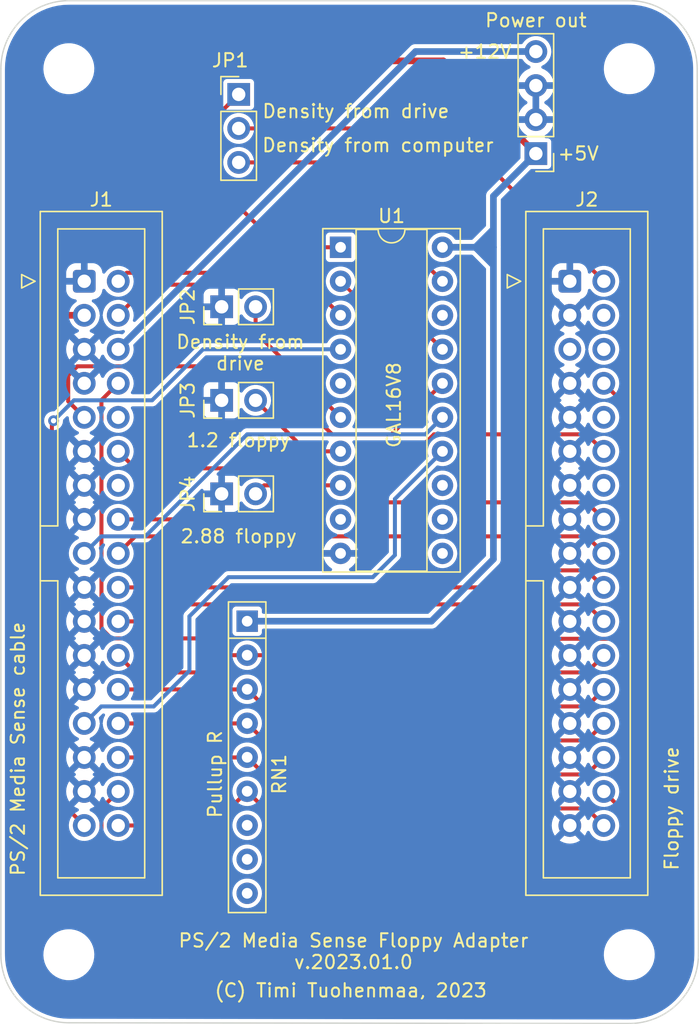
<source format=kicad_pcb>
(kicad_pcb (version 20211014) (generator pcbnew)
  (layers (0 "F.Cu" signal) (31 "B.Cu" power) (34 "B.Paste" user) (35 "F.Paste" user) (36 "B.SilkS" user "B.Silkscreen") (37 "F.SilkS" user "F.Silkscreen") (38 "B.Mask" user) (39 "F.Mask" user) (44 "Edge.Cuts" user))
  (net 0 "")
  (net 1 "GND")
  (net 2 "/DRATE1")
  (net 3 "+5V")
  (net 4 "/DSEL")
  (net 5 "+12V")
  (net 6 "/INDEX")
  (net 9 "/MOT_EN")
  (net 10 "/MT_ID1")
  (net 11 "/DIR")
  (net 12 "/STEP")
  (net 13 "/WDATA")
  (net 14 "/WENABLE")
  (net 15 "/TRACK0")
  (net 16 "/DTYPE1")
  (net 17 "/WPROT")
  (net 18 "/RDATA")
  (net 19 "/H1SEL")
  (net 20 "/DRATE0")
  (net 21 "/DSKCHG")
  (net 22 "/DTYPE0")
  (net 28 "/MT_ID0")
  (net 29 "/HSEL")
  (net 36 "Net-(JP1-Pad1)")
  (net 37 "Net-(JP1-Pad3)")
  (net 38 "Net-(JP2-Pad2)")
  (net 39 "Net-(JP3-Pad2)")
  (net 40 "Net-(JP4-Pad2)")
  (footprint "Connector_PinHeader_2.54mm:PinHeader_1x02_P2.54mm_Vertical" (layer "F.Cu") (at 106.04 56.515 90)
    (fp_text reference "JP2" (at 0 -2.535 270) (layer "F.SilkS"))
    (fp_text value "hdsel in")
    (fp_line (start -1.33 3.87) (end 1.33 3.87) (layer "F.SilkS") (width 0.12))
    (fp_line (start -1.33 1.27) (end -1.33 3.87) (layer "F.SilkS") (width 0.12))
    (fp_line (start -1.33 -1.33) (end 0 -1.33) (layer "F.SilkS") (width 0.12))
    (fp_line (start -1.33 1.27) (end 1.33 1.27) (layer "F.SilkS") (width 0.12))
    (fp_line (start 1.33 1.27) (end 1.33 3.87) (layer "F.SilkS") (width 0.12))
    (fp_line (start -1.33 0) (end -1.33 -1.33) (layer "F.SilkS") (width 0.12))
    (pad "1" thru_hole rect (at 0 0 90) (size 1.7 1.7) (drill 1) (layers *.Cu *.Mask) (net 1 "GND"))
    (pad "2" thru_hole oval (at 0 2.54 90) (size 1.7 1.7) (drill 1) (layers *.Cu *.Mask) (net 38 "Net-(JP2-Pad2)"))
  )
  (footprint "Connector_IDC:IDC-Header_2x17_P2.54mm_Vertical" (layer "F.Cu") (at 95.7675 54.61)
    (fp_text reference "J1" (at 1.27 -6.1) (layer "F.SilkS"))
    (fp_text value "PS/2 Media Sense cable" (at -4.9625 34.925 90) (layer "F.SilkS"))
    (fp_line (start -3.29 -5.21) (end 5.83 -5.21) (layer "F.SilkS") (width 0.12))
    (fp_line (start 4.52 44.55) (end -1.98 44.55) (layer "F.SilkS") (width 0.12))
    (fp_line (start -1.98 -3.91) (end 4.52 -3.91) (layer "F.SilkS") (width 0.12))
    (fp_line (start 5.83 -5.21) (end 5.83 45.85) (layer "F.SilkS") (width 0.12))
    (fp_line (start 4.52 -3.91) (end 4.52 44.55) (layer "F.SilkS") (width 0.12))
    (fp_line (start -1.98 22.37) (end -3.29 22.37) (layer "F.SilkS") (width 0.12))
    (fp_line (start -3.29 18.27) (end -1.98 18.27) (layer "F.SilkS") (width 0.12))
    (fp_line (start -1.98 22.37) (end -1.98 22.37) (layer "F.SilkS") (width 0.12))
    (fp_line (start -4.68 0.5) (end -3.68 0) (layer "F.SilkS") (width 0.12))
    (fp_line (start -4.68 -0.5) (end -4.68 0.5) (layer "F.SilkS") (width 0.12))
    (fp_line (start -1.98 18.27) (end -1.98 -3.91) (layer "F.SilkS") (width 0.12))
    (fp_line (start -3.29 45.85) (end -3.29 -5.21) (layer "F.SilkS") (width 0.12))
    (fp_line (start 5.83 45.85) (end -3.29 45.85) (layer "F.SilkS") (width 0.12))
    (fp_line (start -1.98 44.55) (end -1.98 22.37) (layer "F.SilkS") (width 0.12))
    (fp_line (start -3.68 0) (end -4.68 -0.5) (layer "F.SilkS") (width 0.12))
    (pad "1" thru_hole roundrect (at 0 0) (size 1.7 1.7) (drill 1) (layers *.Cu *.Mask) (roundrect_rratio 0.1470588235) (net 1 "GND"))
    (pad "2" thru_hole circle (at 2.54 0) (size 1.7 1.7) (drill 1) (layers *.Cu *.Mask) (net 2 "/DRATE1"))
    (pad "3" thru_hole circle (at 0 2.54) (size 1.7 1.7) (drill 1) (layers *.Cu *.Mask) (net 3 "+5V"))
    (pad "4" thru_hole circle (at 2.54 2.54) (size 1.7 1.7) (drill 1) (layers *.Cu *.Mask) (net 16 "/DTYPE1"))
    (pad "5" thru_hole circle (at 0 5.08) (size 1.7 1.7) (drill 1) (layers *.Cu *.Mask) (net 1 "GND"))
    (pad "6" thru_hole circle (at 2.54 5.08) (size 1.7 1.7) (drill 1) (layers *.Cu *.Mask) (net 5 "+12V"))
    (pad "7" thru_hole circle (at 0 7.62) (size 1.7 1.7) (drill 1) (layers *.Cu *.Mask) (net 1 "GND"))
    (pad "8" thru_hole circle (at 2.54 7.62) (size 1.7 1.7) (drill 1) (layers *.Cu *.Mask) (net 6 "/INDEX"))
    (pad "9" thru_hole circle (at 0 10.16) (size 1.7 1.7) (drill 1) (layers *.Cu *.Mask) (net 22 "/DTYPE0"))
    (pad "10" thru_hole circle (at 2.54 10.16) (size 1.7 1.7) (drill 1) (layers *.Cu *.Mask))
    (pad "11" thru_hole circle (at 0 12.7) (size 1.7 1.7) (drill 1) (layers *.Cu *.Mask) (net 1 "GND"))
    (pad "12" thru_hole circle (at 2.54 12.7) (size 1.7 1.7) (drill 1) (layers *.Cu *.Mask) (net 4 "/DSEL"))
    (pad "13" thru_hole circle (at 0 15.24) (size 1.7 1.7) (drill 1) (layers *.Cu *.Mask) (net 1 "GND"))
    (pad "14" thru_hole circle (at 2.54 15.24) (size 1.7 1.7) (drill 1) (layers *.Cu *.Mask))
    (pad "15" thru_hole circle (at 0 17.78) (size 1.7 1.7) (drill 1) (layers *.Cu *.Mask) (net 1 "GND"))
    (pad "16" thru_hole circle (at 2.54 17.78) (size 1.7 1.7) (drill 1) (layers *.Cu *.Mask) (net 9 "/MOT_EN"))
    (pad "17" thru_hole circle (at 0 20.32) (size 1.7 1.7) (drill 1) (layers *.Cu *.Mask) (net 10 "/MT_ID1"))
    (pad "18" thru_hole circle (at 2.54 20.32) (size 1.7 1.7) (drill 1) (layers *.Cu *.Mask) (net 11 "/DIR"))
    (pad "19" thru_hole circle (at 0 22.86) (size 1.7 1.7) (drill 1) (layers *.Cu *.Mask) (net 1 "GND"))
    (pad "20" thru_hole circle (at 2.54 22.86) (size 1.7 1.7) (drill 1) (layers *.Cu *.Mask) (net 12 "/STEP"))
    (pad "21" thru_hole circle (at 0 25.4) (size 1.7 1.7) (drill 1) (layers *.Cu *.Mask) (net 1 "GND"))
    (pad "22" thru_hole circle (at 2.54 25.4) (size 1.7 1.7) (drill 1) (layers *.Cu *.Mask) (net 13 "/WDATA"))
    (pad "23" thru_hole circle (at 0 27.94) (size 1.7 1.7) (drill 1) (layers *.Cu *.Mask) (net 1 "GND"))
    (pad "24" thru_hole circle (at 2.54 27.94) (size 1.7 1.7) (drill 1) (layers *.Cu *.Mask) (net 14 "/WENABLE"))
    (pad "25" thru_hole circle (at 0 30.48) (size 1.7 1.7) (drill 1) (layers *.Cu *.Mask) (net 1 "GND"))
    (pad "26" thru_hole circle (at 2.54 30.48) (size 1.7 1.7) (drill 1) (layers *.Cu *.Mask) (net 15 "/TRACK0"))
    (pad "27" thru_hole circle (at 0 33.02) (size 1.7 1.7) (drill 1) (layers *.Cu *.Mask) (net 28 "/MT_ID0"))
    (pad "28" thru_hole circle (at 2.54 33.02) (size 1.7 1.7) (drill 1) (layers *.Cu *.Mask) (net 17 "/WPROT"))
    (pad "29" thru_hole circle (at 0 35.56) (size 1.7 1.7) (drill 1) (layers *.Cu *.Mask) (net 1 "GND"))
    (pad "30" thru_hole circle (at 2.54 35.56) (size 1.7 1.7) (drill 1) (layers *.Cu *.Mask) (net 18 "/RDATA"))
    (pad "31" thru_hole circle (at 0 38.1) (size 1.7 1.7) (drill 1) (layers *.Cu *.Mask) (net 1 "GND"))
    (pad "32" thru_hole circle (at 2.54 38.1) (size 1.7 1.7) (drill 1) (layers *.Cu *.Mask) (net 19 "/H1SEL"))
    (pad "33" thru_hole circle (at 0 40.64) (size 1.7 1.7) (drill 1) (layers *.Cu *.Mask) (net 20 "/DRATE0"))
    (pad "34" thru_hole circle (at 2.54 40.64) (size 1.7 1.7) (drill 1) (layers *.Cu *.Mask) (net 21 "/DSKCHG"))
  )
  (footprint "MountingHole:MountingHole_3.2mm_M3" (layer "F.Cu") (at 94.615 38.735)
    (fp_text reference "H1")
    (fp_text value "MountingHole")
    (pad "" np_thru_hole circle (at 0 0) (size 3.2 3.2) (drill 3.2) (layers *.Cu *.Mask))
  )
  (footprint "MountingHole:MountingHole_3.2mm_M3" (layer "F.Cu") (at 136.525 38.735)
    (fp_text reference "H2")
    (fp_text value "MountingHole")
    (pad "" np_thru_hole circle (at 0 0) (size 3.2 3.2) (drill 3.2) (layers *.Cu *.Mask))
  )
  (footprint "Connector_PinHeader_2.54mm:PinHeader_1x02_P2.54mm_Vertical" (layer "F.Cu") (at 106.04 70.485 90)
    (fp_text reference "JP4" (at 0 -2.535 270) (layer "F.SilkS"))
    (fp_text value "2.88 floppy" (at -3.175 1.275) (layer "F.SilkS"))
    (fp_line (start -1.33 -1.33) (end 0 -1.33) (layer "F.SilkS") (width 0.12))
    (fp_line (start 1.33 1.27) (end 1.33 3.87) (layer "F.SilkS") (width 0.12))
    (fp_line (start -1.33 3.87) (end 1.33 3.87) (layer "F.SilkS") (width 0.12))
    (fp_line (start -1.33 1.27) (end -1.33 3.87) (layer "F.SilkS") (width 0.12))
    (fp_line (start -1.33 1.27) (end 1.33 1.27) (layer "F.SilkS") (width 0.12))
    (fp_line (start -1.33 0) (end -1.33 -1.33) (layer "F.SilkS") (width 0.12))
    (pad "1" thru_hole rect (at 0 0 90) (size 1.7 1.7) (drill 1) (layers *.Cu *.Mask) (net 1 "GND"))
    (pad "2" thru_hole oval (at 0 2.54 90) (size 1.7 1.7) (drill 1) (layers *.Cu *.Mask) (net 40 "Net-(JP4-Pad2)"))
  )
  (footprint "Package_DIP:DIP-20_W7.62mm_Socket" (layer "F.Cu") (at 114.935 52.07)
    (fp_text reference "U1" (at 3.81 -2.33) (layer "F.SilkS"))
    (fp_text value "GAL16V8" (at 3.9878 11.7856 90) (layer "F.SilkS"))
    (fp_line (start -1.33 24.25) (end 8.95 24.25) (layer "F.SilkS") (width 0.12))
    (fp_line (start 1.16 24.19) (end 6.46 24.19) (layer "F.SilkS") (width 0.12))
    (fp_line (start 8.95 24.25) (end 8.95 -1.39) (layer "F.SilkS") (width 0.12))
    (fp_line (start 8.95 -1.39) (end -1.33 -1.39) (layer "F.SilkS") (width 0.12))
    (fp_line (start 6.46 -1.33) (end 4.81 -1.33) (layer "F.SilkS") (width 0.12))
    (fp_line (start -1.33 -1.39) (end -1.33 24.25) (layer "F.SilkS") (width 0.12))
    (fp_line (start 1.16 -1.33) (end 1.16 24.19) (layer "F.SilkS") (width 0.12))
    (fp_line (start 2.81 -1.33) (end 1.16 -1.33) (layer "F.SilkS") (width 0.12))
    (fp_line (start 6.46 24.19) (end 6.46 -1.33) (layer "F.SilkS") (width 0.12))
    (fp_arc (start 4.81 -1.33) (mid 3.81 -0.33) (end 2.81 -1.33) (layer "F.SilkS") (width 0.12))
    (pad "1" thru_hole rect (at 0 0) (size 1.6 1.6) (drill 0.8) (layers *.Cu *.Mask) (net 36 "Net-(JP1-Pad1)"))
    (pad "2" thru_hole oval (at 0 2.54) (size 1.6 1.6) (drill 0.8) (layers *.Cu *.Mask) (net 4 "/DSEL"))
    (pad "3" thru_hole oval (at 0 5.08) (size 1.6 1.6) (drill 0.8) (layers *.Cu *.Mask) (net 2 "/DRATE1"))
    (pad "4" thru_hole oval (at 0 7.62) (size 1.6 1.6) (drill 0.8) (layers *.Cu *.Mask) (net 20 "/DRATE0"))
    (pad "5" thru_hole oval (at 0 10.16) (size 1.6 1.6) (drill 0.8) (layers *.Cu *.Mask))
    (pad "6" thru_hole oval (at 0 12.7) (size 1.6 1.6) (drill 0.8) (layers *.Cu *.Mask) (net 38 "Net-(JP2-Pad2)"))
    (pad "7" thru_hole oval (at 0 15.24) (size 1.6 1.6) (drill 0.8) (layers *.Cu *.Mask) (net 39 "Net-(JP3-Pad2)"))
    (pad "8" thru_hole oval (at 0 17.78) (size 1.6 1.6) (drill 0.8) (layers *.Cu *.Mask) (net 40 "Net-(JP4-Pad2)"))
    (pad "9" thru_hole oval (at 0 20.32) (size 1.6 1.6) (drill 0.8) (layers *.Cu *.Mask))
    (pad "10" thru_hole oval (at 0 22.86) (size 1.6 1.6) (drill 0.8) (layers *.Cu *.Mask) (net 1 "GND"))
    (pad "11" thru_hole oval (at 7.62 22.86) (size 1.6 1.6) (drill 0.8) (layers *.Cu *.Mask))
    (pad "12" thru_hole oval (at 7.62 20.32) (size 1.6 1.6) (drill 0.8) (layers *.Cu *.Mask))
    (pad "13" thru_hole oval (at 7.62 17.78) (size 1.6 1.6) (drill 0.8) (layers *.Cu *.Mask))
    (pad "14" thru_hole oval (at 7.62 15.24) (size 1.6 1.6) (drill 0.8) (layers *.Cu *.Mask) (net 28 "/MT_ID0"))
    (pad "15" thru_hole oval (at 7.62 12.7) (size 1.6 1.6) (drill 0.8) (layers *.Cu *.Mask) (net 10 "/MT_ID1"))
    (pad "16" thru_hole oval (at 7.62 10.16) (size 1.6 1.6) (drill 0.8) (layers *.Cu *.Mask) (net 22 "/DTYPE0"))
    (pad "17" thru_hole oval (at 7.62 7.62) (size 1.6 1.6) (drill 0.8) (layers *.Cu *.Mask) (net 16 "/DTYPE1"))
    (pad "18" thru_hole oval (at 7.62 5.08) (size 1.6 1.6) (drill 0.8) (layers *.Cu *.Mask))
    (pad "19" thru_hole oval (at 7.62 2.54) (size 1.6 1.6) (drill 0.8) (layers *.Cu *.Mask) (net 37 "Net-(JP1-Pad3)"))
    (pad "20" thru_hole oval (at 7.62 0) (size 1.6 1.6) (drill 0.8) (layers *.Cu *.Mask) (net 3 "+5V"))
  )
  (footprint "Connector_PinHeader_2.54mm:PinHeader_1x04_P2.54mm_Vertical" (layer "F.Cu") (at 129.54 45.075 180)
    (fp_text reference "J3")
    (fp_text value "Power out" (at 0 9.95) (layer "F.SilkS"))
    (fp_line (start -1.33 -1.33) (end 0 -1.33) (layer "F.SilkS") (width 0.12))
    (fp_line (start -1.33 0) (end -1.33 -1.33) (layer "F.SilkS") (width 0.12))
    (fp_line (start -1.33 8.95) (end 1.33 8.95) (layer "F.SilkS") (width 0.12))
    (fp_line (start -1.33 1.27) (end 1.33 1.27) (layer "F.SilkS") (width 0.12))
    (fp_line (start -1.33 1.27) (end -1.33 8.95) (layer "F.SilkS") (width 0.12))
    (fp_line (start 1.33 1.27) (end 1.33 8.95) (layer "F.SilkS") (width 0.12))
    (pad "1" thru_hole rect (at 0 0 180) (size 1.7 1.7) (drill 1) (layers *.Cu *.Mask) (net 3 "+5V"))
    (pad "2" thru_hole oval (at 0 2.54 180) (size 1.7 1.7) (drill 1) (layers *.Cu *.Mask) (net 1 "GND"))
    (pad "3" thru_hole oval (at 0 5.08 180) (size 1.7 1.7) (drill 1) (layers *.Cu *.Mask) (net 1 "GND"))
    (pad "4" thru_hole oval (at 0 7.62 180) (size 1.7 1.7) (drill 1) (layers *.Cu *.Mask) (net 5 "+12V"))
  )
  (footprint "Connector_IDC:IDC-Header_2x17_P2.54mm_Vertical" (layer "F.Cu") (at 132.08 54.61)
    (fp_text reference "J2" (at 1.27 -6.1) (layer "F.SilkS"))
    (fp_text value "Floppy drive" (at 7.62 39.37 90) (layer "F.SilkS"))
    (fp_line (start -1.98 44.55) (end -1.98 22.37) (layer "F.SilkS") (width 0.12))
    (fp_line (start 4.52 44.55) (end -1.98 44.55) (layer "F.SilkS") (width 0.12))
    (fp_line (start -3.29 18.27) (end -1.98 18.27) (layer "F.SilkS") (width 0.12))
    (fp_line (start 4.52 -3.91) (end 4.52 44.55) (layer "F.SilkS") (width 0.12))
    (fp_line (start -4.68 -0.5) (end -4.68 0.5) (layer "F.SilkS") (width 0.12))
    (fp_line (start -3.29 -5.21) (end 5.83 -5.21) (layer "F.SilkS") (width 0.12))
    (fp_line (start -1.98 22.37) (end -3.29 22.37) (layer "F.SilkS") (width 0.12))
    (fp_line (start -1.98 22.37) (end -1.98 22.37) (layer "F.SilkS") (width 0.12))
    (fp_line (start -3.29 45.85) (end -3.29 -5.21) (layer "F.SilkS") (width 0.12))
    (fp_line (start -1.98 -3.91) (end 4.52 -3.91) (layer "F.SilkS") (width 0.12))
    (fp_line (start 5.83 -5.21) (end 5.83 45.85) (layer "F.SilkS") (width 0.12))
    (fp_line (start -4.68 0.5) (end -3.68 0) (layer "F.SilkS") (width 0.12))
    (fp_line (start 5.83 45.85) (end -3.29 45.85) (layer "F.SilkS") (width 0.12))
    (fp_line (start -3.68 0) (end -4.68 -0.5) (layer "F.SilkS") (width 0.12))
    (fp_line (start -1.98 18.27) (end -1.98 -3.91) (layer "F.SilkS") (width 0.12))
    (pad "1" thru_hole roundrect (at 0 0) (size 1.7 1.7) (drill 1) (layers *.Cu *.Mask) (roundrect_rratio 0.1470588235) (net 1 "GND"))
    (pad "2" thru_hole circle (at 2.54 0) (size 1.7 1.7) (drill 1) (layers *.Cu *.Mask) (net 29 "/HSEL"))
    (pad "3" thru_hole circle (at 0 2.54) (size 1.7 1.7) (drill 1) (layers *.Cu *.Mask) (net 1 "GND"))
    (pad "4" thru_hole circle (at 2.54 2.54) (size 1.7 1.7) (drill 1) (layers *.Cu *.Mask))
    (pad "5" thru_hole circle (at 0 5.08) (size 1.7 1.7) (drill 1) (layers *.Cu *.Mask))
    (pad "6" thru_hole circle (at 2.54 5.08) (size 1.7 1.7) (drill 1) (layers *.Cu *.Mask))
    (pad "7" thru_hole circle (at 0 7.62) (size 1.7 1.7) (drill 1) (layers *.Cu *.Mask) (net 1 "GND"))
    (pad "8" thru_hole circle (at 2.54 7.62) (size 1.7 1.7) (drill 1) (layers *.Cu *.Mask) (net 6 "/INDEX"))
    (pad "9" thru_hole circle (at 0 10.16) (size 1.7 1.7) (drill 1) (layers *.Cu *.Mask) (net 1 "GND"))
    (pad "10" thru_hole circle (at 2.54 10.16) (size 1.7 1.7) (drill 1) (layers *.Cu *.Mask))
    (pad "11" thru_hole circle (at 0 12.7) (size 1.7 1.7) (drill 1) (layers *.Cu *.Mask) (net 1 "GND"))
    (pad "12" thru_hole circle (at 2.54 12.7) (size 1.7 1.7) (drill 1) (layers *.Cu *.Mask) (net 4 "/DSEL"))
    (pad "13" thru_hole circle (at 0 15.24) (size 1.7 1.7) (drill 1) (layers *.Cu *.Mask) (net 1 "GND"))
    (pad "14" thru_hole circle (at 2.54 15.24) (size 1.7 1.7) (drill 1) (layers *.Cu *.Mask))
    (pad "15" thru_hole circle (at 0 17.78) (size 1.7 1.7) (drill 1) (layers *.Cu *.Mask) (net 1 "GND"))
    (pad "16" thru_hole circle (at 2.54 17.78) (size 1.7 1.7) (drill 1) (layers *.Cu *.Mask) (net 9 "/MOT_EN"))
    (pad "17" thru_hole circle (at 0 20.32) (size 1.7 1.7) (drill 1) (layers *.Cu *.Mask) (net 1 "GND"))
    (pad "18" thru_hole circle (at 2.54 20.32) (size 1.7 1.7) (drill 1) (layers *.Cu *.Mask) (net 11 "/DIR"))
    (pad "19" thru_hole circle (at 0 22.86) (size 1.7 1.7) (drill 1) (layers *.Cu *.Mask) (net 1 "GND"))
    (pad "20" thru_hole circle (at 2.54 22.86) (size 1.7 1.7) (drill 1) (layers *.Cu *.Mask) (net 12 "/STEP"))
    (pad "21" thru_hole circle (at 0 25.4) (size 1.7 1.7) (drill 1) (layers *.Cu *.Mask) (net 1 "GND"))
    (pad "22" thru_hole circle (at 2.54 25.4) (size 1.7 1.7) (drill 1) (layers *.Cu *.Mask) (net 13 "/WDATA"))
    (pad "23" thru_hole circle (at 0 27.94) (size 1.7 1.7) (drill 1) (layers *.Cu *.Mask) (net 1 "GND"))
    (pad "24" thru_hole circle (at 2.54 27.94) (size 1.7 1.7) (drill 1) (layers *.Cu *.Mask) (net 14 "/WENABLE"))
    (pad "25" thru_hole circle (at 0 30.48) (size 1.7 1.7) (drill 1) (layers *.Cu *.Mask) (net 1 "GND"))
    (pad "26" thru_hole circle (at 2.54 30.48) (size 1.7 1.7) (drill 1) (layers *.Cu *.Mask) (net 15 "/TRACK0"))
    (pad "27" thru_hole circle (at 0 33.02) (size 1.7 1.7) (drill 1) (layers *.Cu *.Mask) (net 1 "GND"))
    (pad "28" thru_hole circle (at 2.54 33.02) (size 1.7 1.7) (drill 1) (layers *.Cu *.Mask) (net 17 "/WPROT"))
    (pad "29" thru_hole circle (at 0 35.56) (size 1.7 1.7) (drill 1) (layers *.Cu *.Mask) (net 1 "GND"))
    (pad "30" thru_hole circle (at 2.54 35.56) (size 1.7 1.7) (drill 1) (layers *.Cu *.Mask) (net 18 "/RDATA"))
    (pad "31" thru_hole circle (at 0 38.1) (size 1.7 1.7) (drill 1) (layers *.Cu *.Mask) (net 1 "GND"))
    (pad "32" thru_hole circle (at 2.54 38.1) (size 1.7 1.7) (drill 1) (layers *.Cu *.Mask) (net 19 "/H1SEL"))
    (pad "33" thru_hole circle (at 0 40.64) (size 1.7 1.7) (drill 1) (layers *.Cu *.Mask) (net 1 "GND"))
    (pad "34" thru_hole circle (at 2.54 40.64) (size 1.7 1.7) (drill 1) (layers *.Cu *.Mask) (net 21 "/DSKCHG"))
  )
  (footprint "Connector_PinHeader_2.54mm:PinHeader_1x02_P2.54mm_Vertical" (layer "F.Cu") (at 106.04 63.5 90)
    (fp_text reference "JP3" (at 0 -2.535 270) (layer "F.SilkS"))
    (fp_text value "1.2 floppy" (at -2.9875 1.26 180) (layer "F.SilkS"))
    (fp_line (start -1.33 3.87) (end 1.33 3.87) (layer "F.SilkS") (width 0.12))
    (fp_line (start -1.33 1.27) (end -1.33 3.87) (layer "F.SilkS") (width 0.12))
    (fp_line (start -1.33 0) (end -1.33 -1.33) (layer "F.SilkS") (width 0.12))
    (fp_line (start 1.33 1.27) (end 1.33 3.87) (layer "F.SilkS") (width 0.12))
    (fp_line (start -1.33 1.27) (end 1.33 1.27) (layer "F.SilkS") (width 0.12))
    (fp_line (start -1.33 -1.33) (end 0 -1.33) (layer "F.SilkS") (width 0.12))
    (pad "1" thru_hole rect (at 0 0 90) (size 1.7 1.7) (drill 1) (layers *.Cu *.Mask) (net 1 "GND"))
    (pad "2" thru_hole oval (at 0 2.54 90) (size 1.7 1.7) (drill 1) (layers *.Cu *.Mask) (net 39 "Net-(JP3-Pad2)"))
  )
  (footprint "Resistor_THT:R_Array_SIP9" (layer "F.Cu") (at 107.95 79.995 -90)
    (fp_text reference "RN1" (at 11.43 -2.4 90) (layer "F.SilkS"))
    (fp_text value "Pullup R" (at 11.43 2.4 90) (layer "F.SilkS"))
    (fp_line (start -1.44 1.4) (end 21.76 1.4) (layer "F.SilkS") (width 0.12))
    (fp_line (start 21.76 1.4) (end 21.76 -1.4) (layer "F.SilkS") (width 0.12))
    (fp_line (start -1.44 -1.4) (end -1.44 1.4) (layer "F.SilkS") (width 0.12))
    (fp_line (start 1.27 -1.4) (end 1.27 1.4) (layer "F.SilkS") (width 0.12))
    (fp_line (start 21.76 -1.4) (end -1.44 -1.4) (layer "F.SilkS") (width 0.12))
    (pad "1" thru_hole rect (at 0 0 270) (size 1.6 1.6) (drill 0.8) (layers *.Cu *.Mask) (net 3 "+5V"))
    (pad "2" thru_hole oval (at 2.54 0 270) (size 1.6 1.6) (drill 0.8) (layers *.Cu *.Mask) (net 6 "/INDEX"))
    (pad "3" thru_hole oval (at 5.08 0 270) (size 1.6 1.6) (drill 0.8) (layers *.Cu *.Mask) (net 15 "/TRACK0"))
    (pad "4" thru_hole oval (at 7.62 0 270) (size 1.6 1.6) (drill 0.8) (layers *.Cu *.Mask) (net 17 "/WPROT"))
    (pad "5" thru_hole oval (at 10.16 0 270) (size 1.6 1.6) (drill 0.8) (layers *.Cu *.Mask) (net 18 "/RDATA"))
    (pad "6" thru_hole oval (at 12.7 0 270) (size 1.6 1.6) (drill 0.8) (layers *.Cu *.Mask) (net 21 "/DSKCHG"))
    (pad "7" thru_hole oval (at 15.24 0 270) (size 1.6 1.6) (drill 0.8) (layers *.Cu *.Mask))
    (pad "8" thru_hole oval (at 17.78 0 270) (size 1.6 1.6) (drill 0.8) (layers *.Cu *.Mask))
    (pad "9" thru_hole oval (at 20.32 0 270) (size 1.6 1.6) (drill 0.8) (layers *.Cu *.Mask))
  )
  (footprint "MountingHole:MountingHole_3.2mm_M3" (layer "F.Cu") (at 94.615 104.902)
    (fp_text reference "H3")
    (fp_text value "MountingHole")
    (pad "" np_thru_hole circle (at 0 0) (size 3.2 3.2) (drill 3.2) (layers *.Cu *.Mask))
  )
  (footprint "Connector_PinHeader_2.54mm:PinHeader_1x03_P2.54mm_Vertical" (layer "F.Cu") (at 107.315 40.655)
    (fp_text reference "JP1" (at -0.635 -2.54 180) (layer "F.SilkS"))
    (fp_text value "hdsel dir")
    (fp_line (start -1.33 -1.33) (end 0 -1.33) (layer "F.SilkS") (width 0.12))
    (fp_line (start -1.33 1.27) (end 1.33 1.27) (layer "F.SilkS") (width 0.12))
    (fp_line (start 1.33 1.27) (end 1.33 6.41) (layer "F.SilkS") (width 0.12))
    (fp_line (start -1.33 0) (end -1.33 -1.33) (layer "F.SilkS") (width 0.12))
    (fp_line (start -1.33 1.27) (end -1.33 6.41) (layer "F.SilkS") (width 0.12))
    (fp_line (start -1.33 6.41) (end 1.33 6.41) (layer "F.SilkS") (width 0.12))
    (pad "1" thru_hole rect (at 0 0) (size 1.7 1.7) (drill 1) (layers *.Cu *.Mask) (net 36 "Net-(JP1-Pad1)"))
    (pad "2" thru_hole oval (at 0 2.54) (size 1.7 1.7) (drill 1) (layers *.Cu *.Mask) (net 29 "/HSEL"))
    (pad "3" thru_hole oval (at 0 5.08) (size 1.7 1.7) (drill 1) (layers *.Cu *.Mask) (net 37 "Net-(JP1-Pad3)"))
  )
  (footprint "MountingHole:MountingHole_3.2mm_M3" (layer "F.Cu") (at 136.525 104.902)
    (fp_text reference "H4")
    (fp_text value "MountingHole")
    (pad "" np_thru_hole circle (at 0 0) (size 3.2 3.2) (drill 3.2) (layers *.Cu *.Mask))
  )
  (gr_arc (start 89.535 38.735) (mid 91.022898 35.142898) (end 94.615 33.655) (layer "Edge.Cuts") (width 0.1))
  (gr_arc (start 141.695898 104.865898) (mid 140.181377 108.522275) (end 136.525 110.036796) (layer "Edge.Cuts") (width 0.1))
  (gr_arc (start 94.615 109.982) (mid 91.010157 108.481316) (end 89.535128 104.865899) (layer "Edge.Cuts") (width 0.1))
  (gr_arc (start 136.525 33.655) (mid 140.117102 35.142898) (end 141.605 38.735) (layer "Edge.Cuts") (width 0.1))
  (gr_line (start 141.695898 104.865898) (end 141.605 38.735) (layer "Edge.Cuts") (width 0.1))
  (gr_line (start 136.525 33.655) (end 94.615 33.655) (layer "Edge.Cuts") (width 0.1))
  (gr_line (start 136.525 110.036796) (end 94.615 109.982) (layer "Edge.Cuts") (width 0.1))
  (gr_line (start 89.535 38.735) (end 89.535 104.865898) (layer "Edge.Cuts") (width 0.1))
  (gr_text "Density from computer" (at 117.729 44.45) (layer "F.SilkS") (effects (font (size 1 1))))
  (gr_text "Density from drive" (at 116.078 41.91) (layer "F.SilkS") (effects (font (size 1 1))))
  (gr_text "Density from\ndrive" (at 107.442 59.944) (layer "F.SilkS") (effects (font (size 1 1))))
  (gr_text "+12V" (at 125.73 37.465) (layer "F.SilkS") (effects (font (size 1 1))))
  (gr_text "PS/2 Media Sense Floppy Adapter\nv.2023.01.0" (at 115.9002 104.648) (layer "F.SilkS") (effects (font (size 1 1))))
  (gr_text "(C) Timi Tuohenmaa, 2023" (at 115.697 107.569) (layer "F.SilkS") (effects (font (size 1 1))))
  (gr_text "+5V" (at 132.715 45.075) (layer "F.SilkS") (effects (font (size 1 1))))
  (segment (start 98.9425 53.975) (end 98.3075 54.61) (width 0.3) (layer "F.Cu") (net 2))
  (segment (start 114.935 57.15) (end 111.76 53.975) (width 0.3) (layer "F.Cu") (net 2))
  (segment (start 111.76 53.975) (end 98.9425 53.975) (width 0.3) (layer "F.Cu") (net 2))
  (segment (start 94.1832 57.15) (end 93.599 56.5658) (width 0.5) (layer "F.Cu") (net 3))
  (segment (start 95.7675 57.15) (end 94.1832 57.15) (width 0.5) (layer "F.Cu") (net 3))
  (segment (start 93.599 56.5658) (end 93.599 48.4124) (width 0.5) (layer "F.Cu") (net 3))
  (segment (start 103.8606 38.1508) (end 122.6158 38.1508) (width 0.5) (layer "F.Cu") (net 3))
  (segment (start 93.599 48.4124) (end 103.8606 38.1508) (width 0.5) (layer "F.Cu") (net 3))
  (segment (start 122.6158 38.1508) (end 129.54 45.075) (width 0.5) (layer "F.Cu") (net 3))
  (segment (start 126.365 52.07) (end 122.555 52.07) (width 0.5) (layer "B.Cu") (net 3))
  (segment (start 126.365 75.3618) (end 121.7318 79.995) (width 0.5) (layer "B.Cu") (net 3))
  (segment (start 126.365 52.07) (end 126.365 75.3618) (width 0.5) (layer "B.Cu") (net 3))
  (segment (start 126.365 52.07) (end 126.365 48.25) (width 0.5) (layer "B.Cu") (net 3))
  (segment (start 121.7318 79.995) (end 107.95 79.995) (width 0.5) (layer "B.Cu") (net 3))
  (segment (start 126.365 48.25) (end 129.54 45.075) (width 0.5) (layer "B.Cu") (net 3))
  (segment (start 99.5775 68.58) (end 119.38 68.58) (width 0.3) (layer "F.Cu") (net 4))
  (segment (start 114.935 54.61) (end 116.205 55.88) (width 0.25) (layer "F.Cu") (net 4))
  (segment (start 123.825 55.88) (end 125.095 57.15) (width 0.25) (layer "F.Cu") (net 4))
  (segment (start 119.38 68.58) (end 121.92 66.04) (width 0.3) (layer "F.Cu") (net 4))
  (segment (start 98.3075 67.31) (end 99.5775 68.58) (width 0.3) (layer "F.Cu") (net 4))
  (segment (start 121.92 66.04) (end 125.095 66.04) (width 0.3) (layer "F.Cu") (net 4))
  (segment (start 125.095 66.04) (end 133.35 66.04) (width 0.3) (layer "F.Cu") (net 4))
  (segment (start 125.095 57.15) (end 125.095 66.04) (width 0.25) (layer "F.Cu") (net 4))
  (segment (start 116.205 55.88) (end 123.825 55.88) (width 0.25) (layer "F.Cu") (net 4))
  (segment (start 133.35 66.04) (end 134.62 67.31) (width 0.3) (layer "F.Cu") (net 4))
  (segment (start 98.3075 59.69) (end 120.5425 37.455) (width 0.5) (layer "B.Cu") (net 5))
  (segment (start 120.5425 37.455) (end 129.54 37.455) (width 0.5) (layer "B.Cu") (net 5))
  (segment (start 136.0932 80.4418) (end 136.0932 63.7032) (width 0.3) (layer "F.Cu") (net 6))
  (segment (start 97.0534 80.5434) (end 97.79 81.28) (width 0.3) (layer "F.Cu") (net 6))
  (segment (start 126.5936 81.3054) (end 135.2296 81.3054) (width 0.3) (layer "F.Cu") (net 6))
  (segment (start 135.2296 81.3054) (end 136.0932 80.4418) (width 0.3) (layer "F.Cu") (net 6))
  (segment (start 98.3075 62.23) (end 97.0534 63.4841) (width 0.3) (layer "F.Cu") (net 6))
  (segment (start 97.79 81.28) (end 104.5464 81.28) (width 0.3) (layer "F.Cu") (net 6))
  (segment (start 104.5464 81.28) (end 105.8014 82.535) (width 0.3) (layer "F.Cu") (net 6))
  (segment (start 105.8014 82.535) (end 107.95 82.535) (width 0.3) (layer "F.Cu") (net 6))
  (segment (start 136.0932 63.7032) (end 134.62 62.23) (width 0.3) (layer "F.Cu") (net 6))
  (segment (start 97.0534 63.4841) (end 97.0534 80.5434) (width 0.3) (layer "F.Cu") (net 6))
  (segment (start 125.364 82.535) (end 126.5936 81.3054) (width 0.3) (layer "F.Cu") (net 6))
  (segment (start 107.95 82.535) (end 125.364 82.535) (width 0.3) (layer "F.Cu") (net 6))
  (segment (start 113.03 72.39) (end 114.3 71.12) (width 0.3) (layer "F.Cu") (net 9))
  (segment (start 114.3 71.12) (end 133.35 71.12) (width 0.3) (layer "F.Cu") (net 9))
  (segment (start 133.35 71.12) (end 134.62 72.39) (width 0.3) (layer "F.Cu") (net 9))
  (segment (start 98.3075 72.39) (end 113.03 72.39) (width 0.3) (layer "F.Cu") (net 9))
  (segment (start 97.0375 73.66) (end 95.7675 74.93) (width 0.3) (layer "B.Cu") (net 10))
  (segment (start 121.285 66.04) (end 107.95 66.04) (width 0.3) (layer "B.Cu") (net 10))
  (segment (start 100.33 73.66) (end 97.0375 73.66) (width 0.3) (layer "B.Cu") (net 10))
  (segment (start 107.95 66.04) (end 100.33 73.66) (width 0.3) (layer "B.Cu") (net 10))
  (segment (start 122.555 64.77) (end 121.285 66.04) (width 0.3) (layer "B.Cu") (net 10))
  (segment (start 98.3075 74.93) (end 99.5775 73.66) (width 0.3) (layer "F.Cu") (net 11))
  (segment (start 133.35 73.66) (end 134.62 74.93) (width 0.3) (layer "F.Cu") (net 11))
  (segment (start 99.5775 73.66) (end 133.35 73.66) (width 0.3) (layer "F.Cu") (net 11))
  (segment (start 133.35 76.2) (end 134.62 77.47) (width 0.3) (layer "F.Cu") (net 12))
  (segment (start 128.905 77.47) (end 130.175 76.2) (width 0.3) (layer "F.Cu") (net 12))
  (segment (start 98.3075 77.47) (end 128.905 77.47) (width 0.3) (layer "F.Cu") (net 12))
  (segment (start 130.175 76.2) (end 133.35 76.2) (width 0.3) (layer "F.Cu") (net 12))
  (segment (start 99.695 80.01) (end 100.965 78.74) (width 0.3) (layer "F.Cu") (net 13))
  (segment (start 133.35 78.74) (end 134.62 80.01) (width 0.3) (layer "F.Cu") (net 13))
  (segment (start 98.3075 80.01) (end 99.695 80.01) (width 0.3) (layer "F.Cu") (net 13))
  (segment (start 100.965 78.74) (end 133.35 78.74) (width 0.3) (layer "F.Cu") (net 13))
  (segment (start 133.35 83.82) (end 134.62 82.55) (width 0.3) (layer "F.Cu") (net 14))
  (segment (start 99.5775 83.82) (end 133.35 83.82) (width 0.3) (layer "F.Cu") (net 14))
  (segment (start 98.3075 82.55) (end 99.5775 83.82) (width 0.3) (layer "F.Cu") (net 14))
  (segment (start 134.62 85.09) (end 133.35 86.36) (width 0.3) (layer "F.Cu") (net 15))
  (segment (start 109.235 86.36) (end 107.95 85.075) (width 0.3) (layer "F.Cu") (net 15))
  (segment (start 98.3075 85.09) (end 107.935 85.09) (width 0.3) (layer "F.Cu") (net 15))
  (segment (start 107.935 85.09) (end 107.95 85.075) (width 0.3) (layer "F.Cu") (net 15))
  (segment (start 133.35 86.36) (end 109.235 86.36) (width 0.3) (layer "F.Cu") (net 15))
  (segment (start 100.5935 54.864) (end 98.3075 57.15) (width 0.3) (layer "F.Cu") (net 16))
  (segment (start 110.744 54.864) (end 100.5935 54.864) (width 0.3) (layer "F.Cu") (net 16))
  (segment (start 122.555 59.69) (end 121.285 58.42) (width 0.3) (layer "F.Cu") (net 16))
  (segment (start 114.3 58.42) (end 110.744 54.864) (width 0.3) (layer "F.Cu") (net 16))
  (segment (start 121.285 58.42) (end 114.3 58.42) (width 0.3) (layer "F.Cu") (net 16))
  (segment (start 109.22 88.9) (end 133.35 88.9) (width 0.3) (layer "F.Cu") (net 17))
  (segment (start 107.95 87.615) (end 109.22 88.885) (width 0.3) (layer "F.Cu") (net 17))
  (segment (start 107.935 87.63) (end 107.95 87.615) (width 0.3) (layer "F.Cu") (net 17))
  (segment (start 133.35 88.9) (end 134.62 87.63) (width 0.3) (layer "F.Cu") (net 17))
  (segment (start 98.3075 87.63) (end 107.935 87.63) (width 0.3) (layer "F.Cu") (net 17))
  (segment (start 109.22 88.885) (end 109.22 88.9) (width 0.3) (layer "F.Cu") (net 17))
  (segment (start 109.22 91.425) (end 109.22 91.44) (width 0.3) (layer "F.Cu") (net 18))
  (segment (start 107.95 90.155) (end 109.22 91.425) (width 0.3) (layer "F.Cu") (net 18))
  (segment (start 109.22 91.44) (end 133.35 91.44) (width 0.3) (layer "F.Cu") (net 18))
  (segment (start 133.35 91.44) (end 134.62 90.17) (width 0.3) (layer "F.Cu") (net 18))
  (segment (start 107.935 90.17) (end 107.95 90.155) (width 0.3) (layer "F.Cu") (net 18))
  (segment (start 98.3075 90.17) (end 107.935 90.17) (width 0.3) (layer "F.Cu") (net 18))
  (segment (start 97.0534 97.7392) (end 97.0534 93.9641) (width 0.3) (layer "F.Cu") (net 19))
  (segment (start 133.096 99.06) (end 98.3742 99.06) (width 0.3) (layer "F.Cu") (net 19))
  (segment (start 136.1186 94.2086) (end 136.1186 96.0374) (width 0.3) (layer "F.Cu") (net 19))
  (segment (start 134.62 92.71) (end 136.1186 94.2086) (width 0.3) (layer "F.Cu") (net 19))
  (segment (start 98.3742 99.06) (end 97.0534 97.7392) (width 0.3) (layer "F.Cu") (net 19))
  (segment (start 97.0534 93.9641) (end 98.3075 92.71) (width 0.3) (layer "F.Cu") (net 19))
  (segment (start 136.1186 96.0374) (end 133.096 99.06) (width 0.3) (layer "F.Cu") (net 19))
  (segment (start 93.345 92.8275) (end 93.345 65.151) (width 0.3) (layer "F.Cu") (net 20))
  (segment (start 95.7675 95.25) (end 93.345 92.8275) (width 0.3) (layer "F.Cu") (net 20))
  (via (at 93.472 65.024) (size 0.8) (drill 0.4) (layers "F.Cu" "B.Cu") (net 20))
  (segment (start 104.648 59.69) (end 100.838 63.5) (width 0.3) (layer "B.Cu") (net 20))
  (segment (start 114.935 59.69) (end 104.648 59.69) (width 0.3) (layer "B.Cu") (net 20))
  (segment (start 100.838 63.5) (end 94.996 63.5) (width 0.3) (layer "B.Cu") (net 20))
  (segment (start 94.996 63.5) (end 93.472 65.024) (width 0.3) (layer "B.Cu") (net 20))
  (segment (start 98.3075 95.25) (end 105.395 95.25) (width 0.3) (layer "F.Cu") (net 21))
  (segment (start 107.95 92.695) (end 109.22 93.965) (width 0.3) (layer "F.Cu") (net 21))
  (segment (start 109.22 93.98) (end 133.35 93.98) (width 0.3) (layer "F.Cu") (net 21))
  (segment (start 133.35 93.98) (end 134.62 95.25) (width 0.3) (layer "F.Cu") (net 21))
  (segment (start 105.395 95.25) (end 107.95 92.695) (width 0.3) (layer "F.Cu") (net 21))
  (segment (start 109.22 93.965) (end 109.22 93.98) (width 0.3) (layer "F.Cu") (net 21))
  (segment (start 118.745 66.04) (end 122.555 62.23) (width 0.3) (layer "F.Cu") (net 22))
  (segment (start 95.25 60.96) (end 109.22 60.96) (width 0.3) (layer "F.Cu") (net 22))
  (segment (start 94.5675 61.6425) (end 95.25 60.96) (width 0.3) (layer "F.Cu") (net 22))
  (segment (start 94.5675 63.57) (end 94.5675 61.6425) (width 0.3) (layer "F.Cu") (net 22))
  (segment (start 114.3 66.04) (end 118.745 66.04) (width 0.3) (layer "F.Cu") (net 22))
  (segment (start 109.22 60.96) (end 114.3 66.04) (width 0.3) (layer "F.Cu") (net 22))
  (segment (start 95.7675 64.77) (end 94.5675 63.57) (width 0.3) (layer "F.Cu") (net 22))
  (segment (start 118.999 70.866) (end 118.999 75.057) (width 0.3) (layer "B.Cu") (net 28))
  (segment (start 106.553 76.708) (end 103.632 79.629) (width 0.3) (layer "B.Cu") (net 28))
  (segment (start 118.999 75.057) (end 117.348 76.708) (width 0.3) (layer "B.Cu") (net 28))
  (segment (start 100.965 86.36) (end 97.0375 86.36) (width 0.3) (layer "B.Cu") (net 28))
  (segment (start 122.555 67.31) (end 118.999 70.866) (width 0.3) (layer "B.Cu") (net 28))
  (segment (start 117.348 76.708) (end 106.553 76.708) (width 0.3) (layer "B.Cu") (net 28))
  (segment (start 97.0375 86.36) (end 95.7675 87.63) (width 0.3) (layer "B.Cu") (net 28))
  (segment (start 103.632 83.693) (end 100.965 86.36) (width 0.3) (layer "B.Cu") (net 28))
  (segment (start 103.632 79.629) (end 103.632 83.693) (width 0.3) (layer "B.Cu") (net 28))
  (segment (start 123.205 43.195) (end 107.315 43.195) (width 0.3) (layer "F.Cu") (net 29))
  (segment (start 134.62 54.61) (end 123.205 43.195) (width 0.3) (layer "F.Cu") (net 29))
  (segment (start 107.315 40.655) (end 107.3 40.655) (width 0.3) (layer "F.Cu") (net 36))
  (segment (start 107.3 40.655) (end 105.41 42.545) (width 0.3) (layer "F.Cu") (net 36))
  (segment (start 110.363 52.07) (end 114.935 52.07) (width 0.3) (layer "F.Cu") (net 36))
  (segment (start 105.41 42.545) (end 105.41 47.117) (width 0.3) (layer "F.Cu") (net 36))
  (segment (start 105.41 47.117) (end 110.363 52.07) (width 0.3) (layer "F.Cu") (net 36))
  (segment (start 113.68 45.735) (end 122.555 54.61) (width 0.3) (layer "F.Cu") (net 37))
  (segment (start 107.315 45.735) (end 113.68 45.735) (width 0.3) (layer "F.Cu") (net 37))
  (segment (start 108.58 58.415) (end 114.935 64.77) (width 0.3) (layer "F.Cu") (net 38))
  (segment (start 108.58 56.515) (end 108.58 58.415) (width 0.3) (layer "F.Cu") (net 38))
  (segment (start 112.39 67.31) (end 108.58 63.5) (width 0.3) (layer "F.Cu") (net 39))
  (segment (start 114.935 67.31) (end 112.39 67.31) (width 0.3) (layer "F.Cu") (net 39))
  (segment (start 114.935 69.85) (end 109.215 69.85) (width 0.3) (layer "F.Cu") (net 40))
  (segment (start 109.215 69.85) (end 108.58 70.485) (width 0.3) (layer "F.Cu") (net 40))
  (zone (net 1) (net_name "GND") (layer "B.Cu") (connect_pads (clearance 0.3)) (min_thickness 0.24) (fill yes (thermal_gap 0.5) (thermal_bridge_width 0.5))
    (polygon (pts (xy 141.605 109.855) (xy 89.535 109.855) (xy 89.535 33.655) (xy 141.605 33.655)))
  )
  (zone (net 3) (net_name "+5V") (layer "B.Cu") (priority 1) (connect_pads (clearance 0.3)) (min_thickness 0.24) (fill yes (thermal_gap 0.5) (thermal_bridge_width 0.5))
    (polygon (pts (xy 126.4158 53.8226) (xy 124.6632 52.07) (xy 126.4158 50.3174)))
  )
)
</source>
